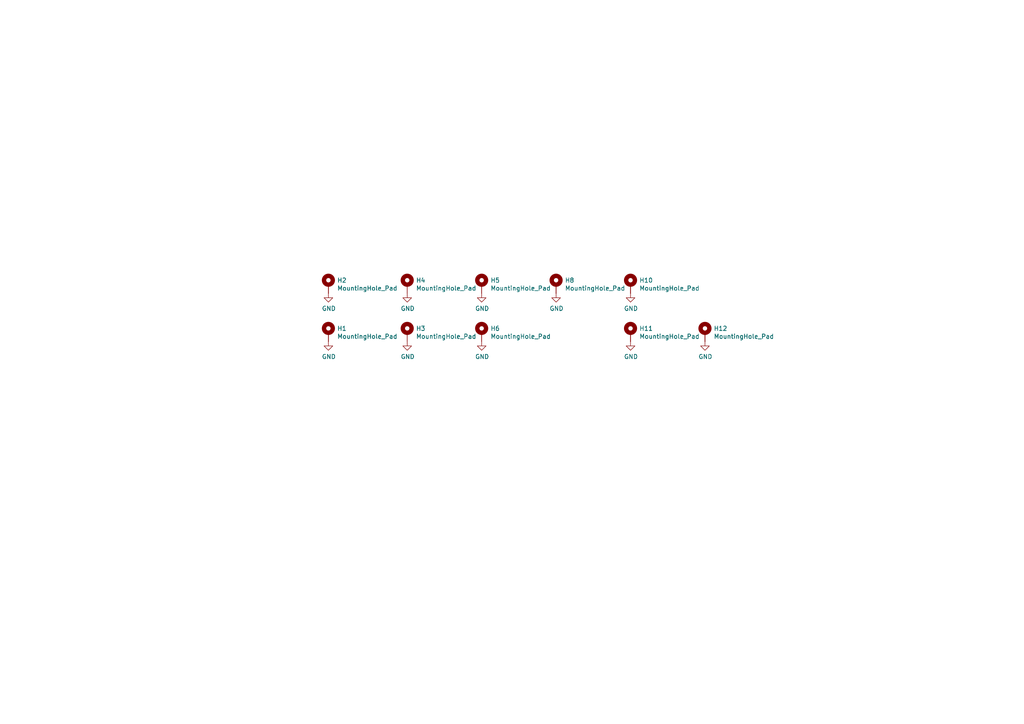
<source format=kicad_sch>
(kicad_sch (version 20210621) (generator eeschema)
  (paper "A4")
  (lib_symbols
    (symbol "Mechanical:MountingHole_Pad" (pin_numbers hide) (pin_names (offset 1.016) hide)
      (property "Reference" "H" (at 0 6.35 0))
      (property "Value" "MountingHole_Pad" (at 0 4.445 0))
      (symbol "MountingHole_Pad_0_1"
        (circle (center 0 1.27) (radius 1.27) (stroke (width 1.27)))
      )
      (symbol "MountingHole_Pad_1_1"
        (pin input line (at 0 -2.54 90) (length 2.54) (name "1") (number "1"))
      )
    )
    (symbol "power:GND" (power) (pin_names (offset 0))
      (property "Value" "GND" (at 0 -3.81 0))
      (symbol "GND_0_1"
        (polyline (pts (xy 0 0) (xy 0 -1.27) (xy 1.27 -1.27) (xy 0 -2.54) (xy -1.27 -1.27) (xy 0 -1.27)))
      )
      (symbol "GND_1_1"
        (pin power_in line (at 0 0 270) (length 0) hide (name "GND") (number "1"))
      )
    )
  )
  (symbol (lib_id "power:GND") (at 95.25 85.09 0) (unit 1)
    (property "Reference" "#PWR0617" (effects hide))
    (property "Value" "GND" (at 95.377 89.4842 0))
  )
  (symbol (lib_id "power:GND") (at 95.25 99.06 0) (unit 1)
    (property "Reference" "#PWR0622" (effects hide))
    (property "Value" "GND" (at 95.377 103.4542 0))
  )
  (symbol (lib_id "power:GND") (at 118.11 85.09 0) (unit 1)
    (property "Reference" "#PWR0618" (effects hide))
    (property "Value" "GND" (at 118.237 89.4842 0))
  )
  (symbol (lib_id "power:GND") (at 118.11 99.06 0) (unit 1)
    (property "Reference" "#PWR0623" (effects hide))
    (property "Value" "GND" (at 118.237 103.4542 0))
  )
  (symbol (lib_id "power:GND") (at 139.7 85.09 0) (unit 1)
    (property "Reference" "#PWR0619" (effects hide))
    (property "Value" "GND" (at 139.827 89.4842 0))
  )
  (symbol (lib_id "power:GND") (at 139.7 99.06 0) (unit 1)
    (property "Reference" "#PWR0628" (effects hide))
    (property "Value" "GND" (at 139.827 103.4542 0))
  )
  (symbol (lib_id "power:GND") (at 161.29 85.09 0) (unit 1)
    (property "Reference" "#PWR0620" (effects hide))
    (property "Value" "GND" (at 161.417 89.4842 0))
  )
  (symbol (lib_id "power:GND") (at 182.88 85.09 0) (unit 1)
    (property "Reference" "#PWR0621" (effects hide))
    (property "Value" "GND" (at 183.007 89.4842 0))
  )
  (symbol (lib_id "power:GND") (at 182.88 99.06 0) (unit 1)
    (property "Reference" "#PWR0626" (effects hide))
    (property "Value" "GND" (at 183.007 103.4542 0))
  )
  (symbol (lib_id "power:GND") (at 204.47 99.06 0) (unit 1)
    (property "Reference" "#PWR0627" (effects hide))
    (property "Value" "GND" (at 204.597 103.4542 0))
  )
  (symbol (lib_id "Mechanical:MountingHole_Pad") (at 95.25 82.55 0) (unit 1)
    (property "Reference" "H2" (at 97.79 81.3054 0) (effects (justify left)))
    (property "Value" "MountingHole_Pad" (at 97.79 83.6168 0) (effects (justify left)))
    (property "Footprint" "MountingHole:MountingHole_2.2mm_M2_Pad" (effects hide))
  )
  (symbol (lib_id "Mechanical:MountingHole_Pad") (at 95.25 96.52 0) (unit 1)
    (property "Reference" "H1" (at 97.79 95.2754 0) (effects (justify left)))
    (property "Value" "MountingHole_Pad" (at 97.79 97.5868 0) (effects (justify left)))
    (property "Footprint" "MountingHole:MountingHole_2.2mm_M2_Pad" (effects hide))
  )
  (symbol (lib_id "Mechanical:MountingHole_Pad") (at 118.11 82.55 0) (unit 1)
    (property "Reference" "H4" (at 120.65 81.3054 0) (effects (justify left)))
    (property "Value" "MountingHole_Pad" (at 120.65 83.6168 0) (effects (justify left)))
    (property "Footprint" "MountingHole:MountingHole_2.2mm_M2_Pad" (effects hide))
  )
  (symbol (lib_id "Mechanical:MountingHole_Pad") (at 118.11 96.52 0) (unit 1)
    (property "Reference" "H3" (at 120.65 95.2754 0) (effects (justify left)))
    (property "Value" "MountingHole_Pad" (at 120.65 97.5868 0) (effects (justify left)))
    (property "Footprint" "MountingHole:MountingHole_2.2mm_M2_Pad" (effects hide))
  )
  (symbol (lib_id "Mechanical:MountingHole_Pad") (at 139.7 82.55 0) (unit 1)
    (property "Reference" "H5" (at 142.24 81.3054 0) (effects (justify left)))
    (property "Value" "MountingHole_Pad" (at 142.24 83.6168 0) (effects (justify left)))
    (property "Footprint" "MountingHole:MountingHole_2.2mm_M2_Pad" (effects hide))
  )
  (symbol (lib_id "Mechanical:MountingHole_Pad") (at 139.7 96.52 0) (unit 1)
    (property "Reference" "H6" (at 142.24 95.2754 0) (effects (justify left)))
    (property "Value" "MountingHole_Pad" (at 142.24 97.5868 0) (effects (justify left)))
    (property "Footprint" "MountingHole:MountingHole_2.2mm_M2_Pad" (effects hide))
  )
  (symbol (lib_id "Mechanical:MountingHole_Pad") (at 161.29 82.55 0) (unit 1)
    (property "Reference" "H8" (at 163.83 81.3054 0) (effects (justify left)))
    (property "Value" "MountingHole_Pad" (at 163.83 83.6168 0) (effects (justify left)))
    (property "Footprint" "MountingHole:MountingHole_2.2mm_M2_Pad" (effects hide))
  )
  (symbol (lib_id "Mechanical:MountingHole_Pad") (at 182.88 82.55 0) (unit 1)
    (property "Reference" "H10" (at 185.42 81.3054 0) (effects (justify left)))
    (property "Value" "MountingHole_Pad" (at 185.42 83.6168 0) (effects (justify left)))
    (property "Footprint" "MountingHole:MountingHole_2.2mm_M2_Pad" (effects hide))
  )
  (symbol (lib_id "Mechanical:MountingHole_Pad") (at 182.88 96.52 0) (unit 1)
    (property "Reference" "H11" (at 185.42 95.2754 0) (effects (justify left)))
    (property "Value" "MountingHole_Pad" (at 185.42 97.5868 0) (effects (justify left)))
    (property "Footprint" "MountingHole:MountingHole_2.2mm_M2_Pad" (effects hide))
  )
  (symbol (lib_id "Mechanical:MountingHole_Pad") (at 204.47 96.52 0) (unit 1)
    (property "Reference" "H12" (at 207.01 95.2754 0) (effects (justify left)))
    (property "Value" "MountingHole_Pad" (at 207.01 97.5868 0) (effects (justify left)))
    (property "Footprint" "MountingHole:MountingHole_2.2mm_M2_Pad" (effects hide))
  )
)
</source>
